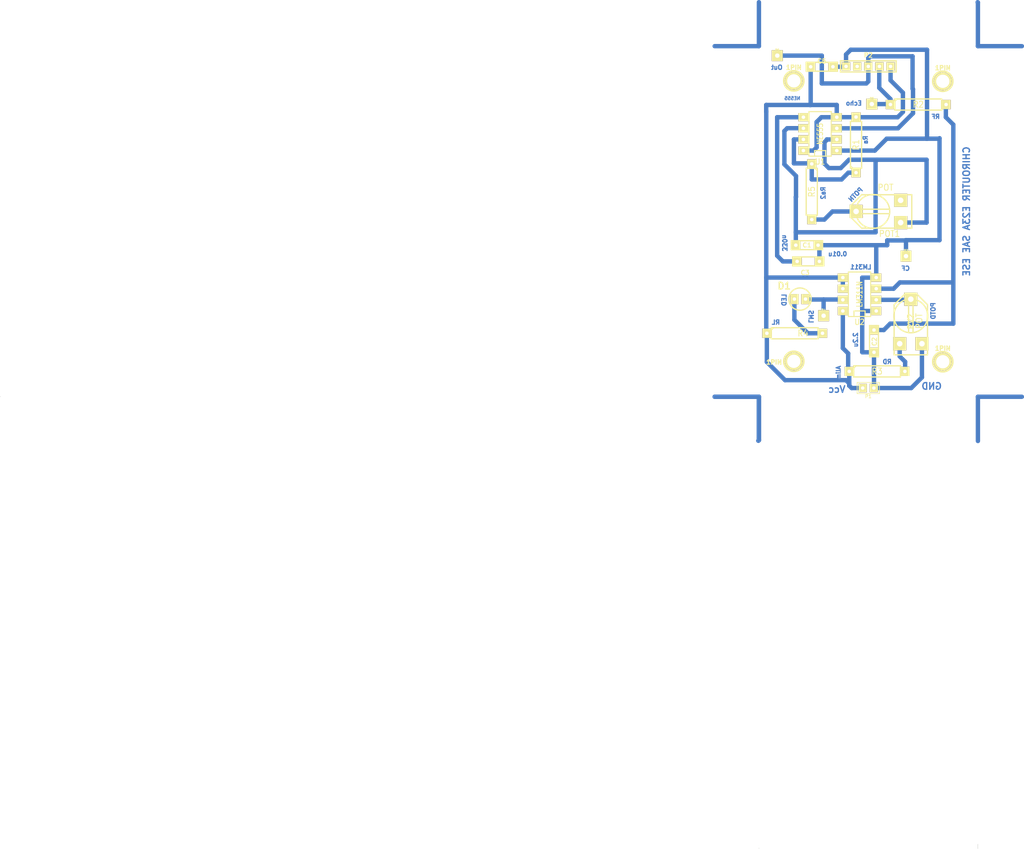
<source format=kicad_pcb>
(kicad_pcb (version 3) (host pcbnew "(2013-05-31 BZR 4019)-stable")

  (general
    (links 38)
    (no_connects 0)
    (area 11.849999 91.448 247.345714 285.150001)
    (thickness 1.6)
    (drawings 27)
    (tracks 172)
    (zones 0)
    (modules 24)
    (nets 14)
  )

  (page A3)
  (layers
    (15 Dessus.Cu signal)
    (0 Dessous.Cu signal)
    (16 Dessous.Adhes user)
    (17 Dessus.Adhes user)
    (18 Dessous.Pate user)
    (19 Dessus.Pate user)
    (20 Dessous.SilkS user)
    (21 Dessus.SilkS user)
    (22 Dessous.Masque user)
    (23 Dessus.Masque user)
    (24 Dessin.User user)
    (25 Cmts.User user)
    (26 Eco1.User user)
    (27 Eco2.User user)
    (28 Contours.Ci user)
  )

  (setup
    (last_trace_width 1)
    (trace_clearance 0.5)
    (zone_clearance 0.508)
    (zone_45_only no)
    (trace_min 0.254)
    (segment_width 0.2)
    (edge_width 0.1)
    (via_size 2.5)
    (via_drill 0.635)
    (via_min_size 0.889)
    (via_min_drill 0.508)
    (uvia_size 0.508)
    (uvia_drill 0.127)
    (uvias_allowed no)
    (uvia_min_size 0.508)
    (uvia_min_drill 0.127)
    (pcb_text_width 0.3)
    (pcb_text_size 1.5 1.5)
    (mod_edge_width 0.15)
    (mod_text_size 1 1)
    (mod_text_width 0.15)
    (pad_size 2.1 2.1)
    (pad_drill 0.8)
    (pad_to_mask_clearance 0)
    (aux_axis_origin 0 0)
    (visible_elements 7FFFFFFF)
    (pcbplotparams
      (layerselection 3178497)
      (usegerberextensions true)
      (excludeedgelayer true)
      (linewidth 0.150000)
      (plotframeref false)
      (viasonmask false)
      (mode 1)
      (useauxorigin false)
      (hpglpennumber 1)
      (hpglpenspeed 20)
      (hpglpendiameter 15)
      (hpglpenoverlay 2)
      (psnegative false)
      (psa4output false)
      (plotreference true)
      (plotvalue true)
      (plotothertext true)
      (plotinvisibletext false)
      (padsonsilk false)
      (subtractmaskfromsilk false)
      (outputformat 1)
      (mirror false)
      (drillshape 0)
      (scaleselection 1)
      (outputdirectory ""))
  )

  (net 0 "")
  (net 1 +5V)
  (net 2 GND)
  (net 3 N-0000010)
  (net 4 N-0000011)
  (net 5 N-0000013)
  (net 6 N-0000014)
  (net 7 N-0000015)
  (net 8 N-000003)
  (net 9 N-000004)
  (net 10 N-000005)
  (net 11 N-000006)
  (net 12 N-000007)
  (net 13 N-000008)

  (net_class Default "Ceci est la Netclass par défaut"
    (clearance 0.5)
    (trace_width 1)
    (via_dia 2.5)
    (via_drill 0.635)
    (uvia_dia 0.508)
    (uvia_drill 0.127)
    (add_net "")
    (add_net +5V)
    (add_net GND)
    (add_net N-0000010)
    (add_net N-0000011)
    (add_net N-0000013)
    (add_net N-0000014)
    (add_net N-0000015)
    (add_net N-000003)
    (add_net N-000004)
    (add_net N-000005)
    (add_net N-000006)
    (add_net N-000007)
    (add_net N-000008)
  )

  (module RV2X4 (layer Dessus.Cu) (tedit 64787C95) (tstamp 647373D9)
    (at 212.3 139.7 180)
    (descr "Resistance variable / Potentiometre")
    (tags R)
    (path /6470CF20)
    (fp_text reference POT1 (at -2.54 -5.08 180) (layer Dessus.SilkS)
      (effects (font (size 1.397 1.27) (thickness 0.2032)))
    )
    (fp_text value POT (at -1.651 5.461 180) (layer Dessus.SilkS)
      (effects (font (size 1.397 1.27) (thickness 0.2032)))
    )
    (fp_line (start -7.62 -3.81) (end 3.81 -3.81) (layer Dessus.SilkS) (width 0.3048))
    (fp_line (start 3.81 -3.81) (end 6.35 -1.27) (layer Dessus.SilkS) (width 0.3048))
    (fp_line (start 6.35 -1.27) (end 6.35 1.27) (layer Dessus.SilkS) (width 0.3048))
    (fp_line (start 6.35 1.27) (end 3.81 3.81) (layer Dessus.SilkS) (width 0.3048))
    (fp_line (start 3.81 3.81) (end -7.62 3.81) (layer Dessus.SilkS) (width 0.3048))
    (fp_line (start -7.62 3.81) (end -7.62 -3.81) (layer Dessus.SilkS) (width 0.3048))
    (fp_line (start 0.762 -3.81) (end 1.905 -3.81) (layer Dessus.SilkS) (width 0.3048))
    (fp_line (start 1.651 3.81) (end 0.762 3.81) (layer Dessus.SilkS) (width 0.3048))
    (fp_line (start -2.54 -0.508) (end 4.953 -0.508) (layer Dessus.SilkS) (width 0.3048))
    (fp_line (start -2.54 0.508) (end 4.953 0.508) (layer Dessus.SilkS) (width 0.3048))
    (fp_circle (center 1.27 0) (end -2.54 -0.635) (layer Dessus.SilkS) (width 0.3048))
    (pad 1 thru_hole rect (at -5.08 -2.54 180) (size 3 3) (drill 1.27)
      (layers *.Cu *.Mask Dessus.SilkS)
      (net 12 N-000007)
    )
    (pad 2 thru_hole rect (at 5.08 0 180) (size 3 3) (drill 1.27)
      (layers *.Cu *.Mask Dessus.SilkS)
      (net 11 N-000006)
    )
    (pad 3 thru_hole rect (at -5.08 2.54 180) (size 3 3) (drill 1.27)
      (layers *.Cu *.Mask Dessus.SilkS)
    )
    (model discret/adjustable_rx2v4.wrl
      (at (xyz 0 0 0))
      (scale (xyz 1 1 1))
      (rotate (xyz 0 0 0))
    )
  )

  (module RV2X4 (layer Dessus.Cu) (tedit 6478843B) (tstamp 647373EB)
    (at 219.7 164.8 90)
    (descr "Resistance variable / Potentiometre")
    (tags R)
    (path /6470D45A)
    (fp_text reference RV2 (at 0 0 90) (layer Dessus.SilkS)
      (effects (font (size 1.397 1.27) (thickness 0.2032)))
    )
    (fp_text value POT (at 0.1 1.9 90) (layer Dessus.SilkS)
      (effects (font (size 1.397 1.27) (thickness 0.2032)))
    )
    (fp_line (start -7.62 -3.81) (end 3.81 -3.81) (layer Dessus.SilkS) (width 0.3048))
    (fp_line (start 3.81 -3.81) (end 6.35 -1.27) (layer Dessus.SilkS) (width 0.3048))
    (fp_line (start 6.35 -1.27) (end 6.35 1.27) (layer Dessus.SilkS) (width 0.3048))
    (fp_line (start 6.35 1.27) (end 3.81 3.81) (layer Dessus.SilkS) (width 0.3048))
    (fp_line (start 3.81 3.81) (end -7.62 3.81) (layer Dessus.SilkS) (width 0.3048))
    (fp_line (start -7.62 3.81) (end -7.62 -3.81) (layer Dessus.SilkS) (width 0.3048))
    (fp_line (start 0.762 -3.81) (end 1.905 -3.81) (layer Dessus.SilkS) (width 0.3048))
    (fp_line (start 1.651 3.81) (end 0.762 3.81) (layer Dessus.SilkS) (width 0.3048))
    (fp_line (start -2.54 -0.508) (end 4.953 -0.508) (layer Dessus.SilkS) (width 0.3048))
    (fp_line (start -2.54 0.508) (end 4.953 0.508) (layer Dessus.SilkS) (width 0.3048))
    (fp_circle (center 1.27 0) (end -2.54 -0.635) (layer Dessus.SilkS) (width 0.3048))
    (pad 1 thru_hole rect (at -5.08 -2.54 90) (size 3 3) (drill 1.27)
      (layers *.Cu *.Mask Dessus.SilkS)
      (net 7 N-0000015)
    )
    (pad 2 thru_hole rect (at 5.08 0 90) (size 3 3) (drill 1.27)
      (layers *.Cu *.Mask Dessus.SilkS)
      (net 5 N-0000013)
    )
    (pad 3 thru_hole rect (at -5.08 2.54 90) (size 3 3) (drill 1.27)
      (layers *.Cu *.Mask Dessus.SilkS)
      (net 2 GND)
    )
    (model discret/adjustable_rx2v4.wrl
      (at (xyz 0 0 0))
      (scale (xyz 1 1 1))
      (rotate (xyz 0 0 0))
    )
  )

  (module R5 (layer Dessus.Cu) (tedit 64787C7B) (tstamp 64737405)
    (at 221.4 115.3)
    (descr "Resistance 5 pas")
    (tags R)
    (path /6470D19A)
    (autoplace_cost180 10)
    (fp_text reference R2 (at 0 0) (layer Dessus.SilkS)
      (effects (font (size 1.397 1.27) (thickness 0.2032)))
    )
    (fp_text value 8.2k (at 0 0) (layer Dessus.SilkS) hide
      (effects (font (size 1.397 1.27) (thickness 0.2032)))
    )
    (fp_line (start -6.35 0) (end -5.334 0) (layer Dessus.SilkS) (width 0.3048))
    (fp_line (start 6.35 0) (end 5.334 0) (layer Dessus.SilkS) (width 0.3048))
    (fp_line (start 5.334 -1.27) (end 5.334 1.27) (layer Dessus.SilkS) (width 0.3048))
    (fp_line (start 5.334 1.27) (end -5.334 1.27) (layer Dessus.SilkS) (width 0.3048))
    (fp_line (start -5.334 1.27) (end -5.334 -1.27) (layer Dessus.SilkS) (width 0.3048))
    (fp_line (start -5.334 -1.27) (end 5.334 -1.27) (layer Dessus.SilkS) (width 0.3048))
    (fp_line (start -5.334 -0.762) (end -4.826 -1.27) (layer Dessus.SilkS) (width 0.3048))
    (pad 1 thru_hole rect (at -6.35 0) (size 2.1 2.1) (drill 0.8)
      (layers *.Cu *.Mask Dessus.SilkS)
      (net 4 N-0000011)
    )
    (pad 2 thru_hole rect (at 6.35 0) (size 2.1 2.1) (drill 0.8)
      (layers *.Cu *.Mask Dessus.SilkS)
      (net 6 N-0000014)
    )
    (model discret/resistor.wrl
      (at (xyz 0 0 0))
      (scale (xyz 0.5 0.5 0.5))
      (rotate (xyz 0 0 0))
    )
  )

  (module R5 (layer Dessus.Cu) (tedit 64738694) (tstamp 64737412)
    (at 212 176.2)
    (descr "Resistance 5 pas")
    (tags R)
    (path /6470D44B)
    (autoplace_cost180 10)
    (fp_text reference R3 (at 0 0) (layer Dessus.SilkS)
      (effects (font (size 1.397 1.27) (thickness 0.2032)))
    )
    (fp_text value 82k (at 0 0) (layer Dessus.SilkS) hide
      (effects (font (size 1.397 1.27) (thickness 0.2032)))
    )
    (fp_line (start -6.35 0) (end -5.334 0) (layer Dessus.SilkS) (width 0.3048))
    (fp_line (start 6.35 0) (end 5.334 0) (layer Dessus.SilkS) (width 0.3048))
    (fp_line (start 5.334 -1.27) (end 5.334 1.27) (layer Dessus.SilkS) (width 0.3048))
    (fp_line (start 5.334 1.27) (end -5.334 1.27) (layer Dessus.SilkS) (width 0.3048))
    (fp_line (start -5.334 1.27) (end -5.334 -1.27) (layer Dessus.SilkS) (width 0.3048))
    (fp_line (start -5.334 -1.27) (end 5.334 -1.27) (layer Dessus.SilkS) (width 0.3048))
    (fp_line (start -5.334 -0.762) (end -4.826 -1.27) (layer Dessus.SilkS) (width 0.3048))
    (pad 1 thru_hole rect (at -6.35 0) (size 2.1 2.1) (drill 0.8)
      (layers *.Cu *.Mask Dessus.SilkS)
      (net 1 +5V)
    )
    (pad 2 thru_hole rect (at 6.35 0) (size 2.1 2.1) (drill 0.8)
      (layers *.Cu *.Mask Dessus.SilkS)
      (net 7 N-0000015)
    )
    (model discret/resistor.wrl
      (at (xyz 0 0 0))
      (scale (xyz 0.5 0.5 0.5))
      (rotate (xyz 0 0 0))
    )
  )

  (module R5 (layer Dessus.Cu) (tedit 64787BBF) (tstamp 6473741F)
    (at 207.2 124.5 90)
    (descr "Resistance 5 pas")
    (tags R)
    (path /6470D906)
    (autoplace_cost180 10)
    (fp_text reference R1 (at 0 0 90) (layer Dessus.SilkS)
      (effects (font (size 1.397 1.27) (thickness 0.2032)))
    )
    (fp_text value 12k (at 0 0 90) (layer Dessus.SilkS) hide
      (effects (font (size 1.397 1.27) (thickness 0.2032)))
    )
    (fp_line (start -6.35 0) (end -5.334 0) (layer Dessus.SilkS) (width 0.3048))
    (fp_line (start 6.35 0) (end 5.334 0) (layer Dessus.SilkS) (width 0.3048))
    (fp_line (start 5.334 -1.27) (end 5.334 1.27) (layer Dessus.SilkS) (width 0.3048))
    (fp_line (start 5.334 1.27) (end -5.334 1.27) (layer Dessus.SilkS) (width 0.3048))
    (fp_line (start -5.334 1.27) (end -5.334 -1.27) (layer Dessus.SilkS) (width 0.3048))
    (fp_line (start -5.334 -1.27) (end 5.334 -1.27) (layer Dessus.SilkS) (width 0.3048))
    (fp_line (start -5.334 -0.762) (end -4.826 -1.27) (layer Dessus.SilkS) (width 0.3048))
    (pad 1 thru_hole rect (at -6.35 0 90) (size 2.1 2.1) (drill 0.8)
      (layers *.Cu *.Mask Dessus.SilkS)
      (net 13 N-000008)
    )
    (pad 2 thru_hole rect (at 6.35 0 90) (size 2.1 2.1) (drill 0.8)
      (layers *.Cu *.Mask Dessus.SilkS)
      (net 1 +5V)
    )
    (model discret/resistor.wrl
      (at (xyz 0 0 0))
      (scale (xyz 0.5 0.5 0.5))
      (rotate (xyz 0 0 0))
    )
  )

  (module R5 (layer Dessus.Cu) (tedit 647A1A14) (tstamp 6473742C)
    (at 193.2 167.5)
    (descr "Resistance 5 pas")
    (tags R)
    (path /6470E0EC)
    (autoplace_cost180 10)
    (fp_text reference R4 (at 1.9 0) (layer Dessus.SilkS)
      (effects (font (size 1.397 1.27) (thickness 0.2032)))
    )
    (fp_text value 150 (at -1.6 0) (layer Dessus.SilkS) hide
      (effects (font (size 1.397 1.27) (thickness 0.2032)))
    )
    (fp_line (start -6.35 0) (end -5.334 0) (layer Dessus.SilkS) (width 0.3048))
    (fp_line (start 6.35 0) (end 5.334 0) (layer Dessus.SilkS) (width 0.3048))
    (fp_line (start 5.334 -1.27) (end 5.334 1.27) (layer Dessus.SilkS) (width 0.3048))
    (fp_line (start 5.334 1.27) (end -5.334 1.27) (layer Dessus.SilkS) (width 0.3048))
    (fp_line (start -5.334 1.27) (end -5.334 -1.27) (layer Dessus.SilkS) (width 0.3048))
    (fp_line (start -5.334 -1.27) (end 5.334 -1.27) (layer Dessus.SilkS) (width 0.3048))
    (fp_line (start -5.334 -0.762) (end -4.826 -1.27) (layer Dessus.SilkS) (width 0.3048))
    (pad 1 thru_hole rect (at -6.35 0) (size 2.1 2.1) (drill 0.8)
      (layers *.Cu *.Mask Dessus.SilkS)
      (net 1 +5V)
    )
    (pad 2 thru_hole rect (at 6.35 0) (size 2.1 2.1) (drill 0.8)
      (layers *.Cu *.Mask Dessus.SilkS)
      (net 8 N-000003)
    )
    (model discret/resistor.wrl
      (at (xyz 0 0 0))
      (scale (xyz 0.5 0.5 0.5))
      (rotate (xyz 0 0 0))
    )
  )

  (module PINTST (layer Dessus.Cu) (tedit 3D649DF9) (tstamp 64737432)
    (at 199.8 163.5)
    (descr "module 1 pin (ou trou mecanique de percage)")
    (tags DEV)
    (path /6470D9C7)
    (fp_text reference P4 (at 0 -1.26746) (layer Dessus.SilkS)
      (effects (font (size 0.508 0.508) (thickness 0.127)))
    )
    (fp_text value CONN_1 (at 0 1.27) (layer Dessus.SilkS) hide
      (effects (font (size 0.508 0.508) (thickness 0.127)))
    )
    (fp_circle (center 0 0) (end -0.254 -0.762) (layer Dessus.SilkS) (width 0.127))
    (pad 1 thru_hole rect (at 0 0) (size 2.5 2.5) (drill 1)
      (layers *.Cu *.Mask Dessus.SilkS)
      (net 9 N-000004)
    )
    (model pin_array/pin_array_1x1.wrl
      (at (xyz 0 0 0))
      (scale (xyz 1 1 1))
      (rotate (xyz 0 0 0))
    )
  )

  (module PINTST (layer Dessus.Cu) (tedit 3D649DF9) (tstamp 64737438)
    (at 218.6 149.9)
    (descr "module 1 pin (ou trou mecanique de percage)")
    (tags DEV)
    (path /6470D9B3)
    (fp_text reference P3 (at 0 -1.26746) (layer Dessus.SilkS)
      (effects (font (size 0.508 0.508) (thickness 0.127)))
    )
    (fp_text value CONN_1 (at 0 1.27) (layer Dessus.SilkS) hide
      (effects (font (size 0.508 0.508) (thickness 0.127)))
    )
    (fp_circle (center 0 0) (end -0.254 -0.762) (layer Dessus.SilkS) (width 0.127))
    (pad 1 thru_hole rect (at 0 0) (size 2.5 2.5) (drill 1)
      (layers *.Cu *.Mask Dessus.SilkS)
      (net 2 GND)
    )
    (model pin_array/pin_array_1x1.wrl
      (at (xyz 0 0 0))
      (scale (xyz 1 1 1))
      (rotate (xyz 0 0 0))
    )
  )

  (module PINTST (layer Dessus.Cu) (tedit 64787D01) (tstamp 6473743E)
    (at 189.23 104.14)
    (descr "module 1 pin (ou trou mecanique de percage)")
    (tags DEV)
    (path /6470D993)
    (fp_text reference P6 (at 0 -1.26746) (layer Dessus.SilkS)
      (effects (font (size 0.508 0.508) (thickness 0.127)))
    )
    (fp_text value CONN_1 (at 0 1.27) (layer Dessus.SilkS) hide
      (effects (font (size 0.508 0.508) (thickness 0.127)))
    )
    (fp_circle (center 0 0) (end -0.254 -0.762) (layer Dessus.SilkS) (width 0.127))
    (pad 1 thru_hole rect (at 0 0) (size 2.5 2.5) (drill 1)
      (layers *.Cu *.Mask Dessus.SilkS)
      (net 3 N-0000010)
    )
    (model pin_array/pin_array_1x1.wrl
      (at (xyz 0 0 0))
      (scale (xyz 1 1 1))
      (rotate (xyz 0 0 0))
    )
  )

  (module PINTST (layer Dessus.Cu) (tedit 3D649DF9) (tstamp 64787E86)
    (at 210.8 115.2)
    (descr "module 1 pin (ou trou mecanique de percage)")
    (tags DEV)
    (path /6470D975)
    (fp_text reference P5 (at 0 -1.26746) (layer Dessus.SilkS)
      (effects (font (size 0.508 0.508) (thickness 0.127)))
    )
    (fp_text value CONN_1 (at 0 1.27) (layer Dessus.SilkS) hide
      (effects (font (size 0.508 0.508) (thickness 0.127)))
    )
    (fp_circle (center 0 0) (end -0.254 -0.762) (layer Dessus.SilkS) (width 0.127))
    (pad 1 thru_hole rect (at 0 0) (size 2.5 2.5) (drill 1)
      (layers *.Cu *.Mask Dessus.SilkS)
      (net 4 N-0000011)
    )
    (model pin_array/pin_array_1x1.wrl
      (at (xyz 0 0 0))
      (scale (xyz 1 1 1))
      (rotate (xyz 0 0 0))
    )
  )

  (module PIN_ARRAY_5x1 (layer Dessus.Cu) (tedit 64787CD0) (tstamp 647A1278)
    (at 210 106.6)
    (descr "Double rangee de contacts 2 x 5 pins")
    (tags CONN)
    (path /6470CFE7)
    (fp_text reference P2 (at 0 -2.54) (layer Dessus.SilkS)
      (effects (font (size 1.016 1.016) (thickness 0.2032)))
    )
    (fp_text value CONN_5 (at 0 2.54) (layer Dessus.SilkS) hide
      (effects (font (size 1.016 1.016) (thickness 0.2032)))
    )
    (fp_line (start -6.35 -1.27) (end -6.35 1.27) (layer Dessus.SilkS) (width 0.3048))
    (fp_line (start 6.35 1.27) (end 6.35 -1.27) (layer Dessus.SilkS) (width 0.3048))
    (fp_line (start -6.35 -1.27) (end 6.35 -1.27) (layer Dessus.SilkS) (width 0.3048))
    (fp_line (start 6.35 1.27) (end -6.35 1.27) (layer Dessus.SilkS) (width 0.3048))
    (pad 1 thru_hole rect (at -5.08 0) (size 1.9 1.9) (drill 0.8)
      (layers *.Cu *.Mask Dessus.SilkS)
      (net 2 GND)
    )
    (pad 2 thru_hole rect (at -2.54 0) (size 1.9 1.9) (drill 0.8)
      (layers *.Cu *.Mask Dessus.SilkS)
    )
    (pad 3 thru_hole rect (at 0 0) (size 1.9 1.9) (drill 0.8)
      (layers *.Cu *.Mask Dessus.SilkS)
      (net 3 N-0000010)
    )
    (pad 4 thru_hole rect (at 2.54 0) (size 1.9 1.9) (drill 0.8)
      (layers *.Cu *.Mask Dessus.SilkS)
      (net 4 N-0000011)
    )
    (pad 5 thru_hole rect (at 5.08 0) (size 1.9 1.9) (drill 0.8)
      (layers *.Cu *.Mask Dessus.SilkS)
      (net 1 +5V)
    )
    (model pin_array/pins_array_5x1.wrl
      (at (xyz 0 0 0))
      (scale (xyz 1 1 1))
      (rotate (xyz 0 0 0))
    )
  )

  (module PIN_ARRAY_2X1 (layer Dessus.Cu) (tedit 64787D28) (tstamp 64737467)
    (at 210 180 180)
    (descr "Connecteurs 2 pins")
    (tags "CONN DEV")
    (path /6470D9DD)
    (fp_text reference P1 (at 0 -1.905 180) (layer Dessus.SilkS)
      (effects (font (size 0.762 0.762) (thickness 0.1524)))
    )
    (fp_text value CONN_2 (at 0 -1.905 180) (layer Dessus.SilkS) hide
      (effects (font (size 0.762 0.762) (thickness 0.1524)))
    )
    (fp_line (start -2.54 1.27) (end -2.54 -1.27) (layer Dessus.SilkS) (width 0.1524))
    (fp_line (start -2.54 -1.27) (end 2.54 -1.27) (layer Dessus.SilkS) (width 0.1524))
    (fp_line (start 2.54 -1.27) (end 2.54 1.27) (layer Dessus.SilkS) (width 0.1524))
    (fp_line (start 2.54 1.27) (end -2.54 1.27) (layer Dessus.SilkS) (width 0.1524))
    (pad 1 thru_hole rect (at -1.27 0 180) (size 1.9 1.9) (drill 0.8)
      (layers *.Cu *.Mask Dessus.SilkS)
      (net 2 GND)
    )
    (pad 2 thru_hole rect (at 1.27 0 180) (size 1.9 1.9) (drill 0.8)
      (layers *.Cu *.Mask Dessus.SilkS)
      (net 1 +5V)
    )
    (model pin_array/pins_array_2x1.wrl
      (at (xyz 0 0 0))
      (scale (xyz 1 1 1))
      (rotate (xyz 0 0 0))
    )
  )

  (module LEDV (layer Dessus.Cu) (tedit 647A2268) (tstamp 6473747A)
    (at 194.4 159.7)
    (descr "Led verticale diam 6mm")
    (tags "LED DEV")
    (path /6470E069)
    (fp_text reference D1 (at -3.6 -3) (layer Dessus.SilkS)
      (effects (font (size 1.524 1.524) (thickness 0.3048)))
    )
    (fp_text value LED (at 4.2 -2.6) (layer Dessus.SilkS) hide
      (effects (font (size 1.524 1.524) (thickness 0.3048)))
    )
    (fp_circle (center 0 0) (end -2.54 0) (layer Dessus.SilkS) (width 0.3048))
    (fp_line (start 2.54 -0.635) (end 1.905 -0.635) (layer Dessus.SilkS) (width 0.3048))
    (fp_line (start 1.905 -0.635) (end 1.905 0.635) (layer Dessus.SilkS) (width 0.3048))
    (fp_line (start 1.905 0.635) (end 2.54 0.635) (layer Dessus.SilkS) (width 0.3048))
    (pad 1 thru_hole rect (at -1.27 0) (size 1.9 2.3) (drill 0.8)
      (layers *.Cu *.Mask Dessus.SilkS)
      (net 8 N-000003)
    )
    (pad 2 thru_hole rect (at 1.27 0) (size 1.9 2.3) (drill 0.8)
      (layers *.Cu *.Mask Dessus.SilkS)
      (net 9 N-000004)
    )
    (model discret/led5_vertical.wrl
      (at (xyz 0 0 0))
      (scale (xyz 1 1 1))
      (rotate (xyz 0 0 0))
    )
  )

  (module DIP-8__300 (layer Dessus.Cu) (tedit 647881D6) (tstamp 6473748D)
    (at 199 122 90)
    (descr "8 pins DIL package, round pads")
    (tags DIL)
    (path /6470BF9C)
    (fp_text reference U1 (at -6.35 0 180) (layer Dessus.SilkS)
      (effects (font (size 1.27 1.143) (thickness 0.2032)))
    )
    (fp_text value NE555 (at 0 0 90) (layer Dessus.SilkS)
      (effects (font (size 1.27 1.016) (thickness 0.2032)))
    )
    (fp_line (start -5.08 -1.27) (end -3.81 -1.27) (layer Dessus.SilkS) (width 0.254))
    (fp_line (start -3.81 -1.27) (end -3.81 1.27) (layer Dessus.SilkS) (width 0.254))
    (fp_line (start -3.81 1.27) (end -5.08 1.27) (layer Dessus.SilkS) (width 0.254))
    (fp_line (start -5.08 -2.54) (end 5.08 -2.54) (layer Dessus.SilkS) (width 0.254))
    (fp_line (start 5.08 -2.54) (end 5.08 2.54) (layer Dessus.SilkS) (width 0.254))
    (fp_line (start 5.08 2.54) (end -5.08 2.54) (layer Dessus.SilkS) (width 0.254))
    (fp_line (start -5.08 2.54) (end -5.08 -2.54) (layer Dessus.SilkS) (width 0.254))
    (pad 1 thru_hole rect (at -3.81 3.81 90) (size 1.9 2.3) (drill 0.8)
      (layers *.Cu *.Mask Dessus.SilkS)
      (net 2 GND)
    )
    (pad 2 thru_hole rect (at -1.27 3.81 90) (size 1.9 2.3) (drill 0.8)
      (layers *.Cu *.Mask Dessus.SilkS)
      (net 12 N-000007)
    )
    (pad 3 thru_hole rect (at 1.27 3.81 90) (size 1.9 2.3) (drill 0.8)
      (layers *.Cu *.Mask Dessus.SilkS)
      (net 3 N-0000010)
    )
    (pad 4 thru_hole rect (at 3.81 3.81 90) (size 1.9 2.3) (drill 0.8)
      (layers *.Cu *.Mask Dessus.SilkS)
      (net 1 +5V)
    )
    (pad 5 thru_hole rect (at 3.81 -3.81 90) (size 1.9 2.3) (drill 0.8)
      (layers *.Cu *.Mask Dessus.SilkS)
      (net 10 N-000005)
    )
    (pad 6 thru_hole rect (at 1.27 -3.81 90) (size 1.9 2.3) (drill 0.8)
      (layers *.Cu *.Mask Dessus.SilkS)
      (net 12 N-000007)
    )
    (pad 7 thru_hole rect (at -1.27 -3.81 90) (size 1.9 2.3) (drill 0.8)
      (layers *.Cu *.Mask Dessus.SilkS)
      (net 13 N-000008)
    )
    (pad 8 thru_hole rect (at -3.81 -3.81 90) (size 1.9 2.3) (drill 0.8)
      (layers *.Cu *.Mask Dessus.SilkS)
      (net 1 +5V)
    )
    (model dil/dil_8.wrl
      (at (xyz 0 0 0))
      (scale (xyz 1 1 1))
      (rotate (xyz 0 0 0))
    )
  )

  (module DIP-8__300 (layer Dessus.Cu) (tedit 64787CA5) (tstamp 647374A0)
    (at 208 158.6 90)
    (descr "8 pins DIL package, round pads")
    (tags DIL)
    (path /6470C7FF)
    (fp_text reference U2 (at -6.35 0 180) (layer Dessus.SilkS)
      (effects (font (size 1.27 1.143) (thickness 0.2032)))
    )
    (fp_text value LM311N (at 0 0 90) (layer Dessus.SilkS)
      (effects (font (size 1.27 1.016) (thickness 0.2032)))
    )
    (fp_line (start -5.08 -1.27) (end -3.81 -1.27) (layer Dessus.SilkS) (width 0.254))
    (fp_line (start -3.81 -1.27) (end -3.81 1.27) (layer Dessus.SilkS) (width 0.254))
    (fp_line (start -3.81 1.27) (end -5.08 1.27) (layer Dessus.SilkS) (width 0.254))
    (fp_line (start -5.08 -2.54) (end 5.08 -2.54) (layer Dessus.SilkS) (width 0.254))
    (fp_line (start 5.08 -2.54) (end 5.08 2.54) (layer Dessus.SilkS) (width 0.254))
    (fp_line (start 5.08 2.54) (end -5.08 2.54) (layer Dessus.SilkS) (width 0.254))
    (fp_line (start -5.08 2.54) (end -5.08 -2.54) (layer Dessus.SilkS) (width 0.254))
    (pad 1 thru_hole rect (at -3.81 3.81 90) (size 1.9 2.3) (drill 0.8)
      (layers *.Cu *.Mask Dessus.SilkS)
      (net 2 GND)
    )
    (pad 2 thru_hole rect (at -1.27 3.81 90) (size 1.9 2.3) (drill 0.8)
      (layers *.Cu *.Mask Dessus.SilkS)
      (net 5 N-0000013)
    )
    (pad 3 thru_hole rect (at 1.27 3.81 90) (size 1.9 2.3) (drill 0.8)
      (layers *.Cu *.Mask Dessus.SilkS)
      (net 6 N-0000014)
    )
    (pad 4 thru_hole rect (at 3.81 3.81 90) (size 1.9 2.3) (drill 0.8)
      (layers *.Cu *.Mask Dessus.SilkS)
      (net 2 GND)
    )
    (pad 5 thru_hole rect (at 3.81 -3.81 90) (size 1.9 2.3) (drill 0.8)
      (layers *.Cu *.Mask Dessus.SilkS)
      (net 1 +5V)
    )
    (pad 6 thru_hole rect (at 1.27 -3.81 90) (size 1.9 2.3) (drill 0.8)
      (layers *.Cu *.Mask Dessus.SilkS)
      (net 1 +5V)
    )
    (pad 7 thru_hole rect (at -1.27 -3.81 90) (size 1.9 2.3) (drill 0.8)
      (layers *.Cu *.Mask Dessus.SilkS)
      (net 9 N-000004)
    )
    (pad 8 thru_hole rect (at -3.81 -3.81 90) (size 1.9 2.3) (drill 0.8)
      (layers *.Cu *.Mask Dessus.SilkS)
      (net 1 +5V)
    )
    (model dil/dil_8.wrl
      (at (xyz 0 0 0))
      (scale (xyz 1 1 1))
      (rotate (xyz 0 0 0))
    )
  )

  (module C2 (layer Dessus.Cu) (tedit 647477E1) (tstamp 64737F7D)
    (at 211.3 169.3 270)
    (descr "Condensateur = 2 pas")
    (tags C)
    (path /6470D1A9)
    (fp_text reference C2 (at 0.1 -0.1 270) (layer Dessus.SilkS)
      (effects (font (size 1.016 1.016) (thickness 0.2032)))
    )
    (fp_text value 220nF (at 0 0 270) (layer Dessus.SilkS) hide
      (effects (font (size 1.016 1.016) (thickness 0.2032)))
    )
    (fp_line (start -3.556 -1.016) (end 3.556 -1.016) (layer Dessus.SilkS) (width 0.3048))
    (fp_line (start 3.556 -1.016) (end 3.556 1.016) (layer Dessus.SilkS) (width 0.3048))
    (fp_line (start 3.556 1.016) (end -3.556 1.016) (layer Dessus.SilkS) (width 0.3048))
    (fp_line (start -3.556 1.016) (end -3.556 -1.016) (layer Dessus.SilkS) (width 0.3048))
    (fp_line (start -3.556 -0.508) (end -3.048 -1.016) (layer Dessus.SilkS) (width 0.3048))
    (pad 1 thru_hole rect (at -2.54 0 270) (size 2.1 2.1) (drill 0.8)
      (layers *.Cu *.Mask Dessus.SilkS)
      (net 6 N-0000014)
    )
    (pad 2 thru_hole rect (at 2.54 0 270) (size 2.1 2.1) (drill 0.8)
      (layers *.Cu *.Mask Dessus.SilkS)
      (net 2 GND)
    )
    (model discret/capa_2pas_5x5mm.wrl
      (at (xyz 0 0 0))
      (scale (xyz 1 1 1))
      (rotate (xyz 0 0 0))
    )
  )

  (module C2 (layer Dessus.Cu) (tedit 647DD801) (tstamp 647374B6)
    (at 196 147.4)
    (descr "Condensateur = 2 pas")
    (tags C)
    (path /6470CDF2)
    (fp_text reference C1 (at 0 0) (layer Dessus.SilkS)
      (effects (font (size 1.016 1.016) (thickness 0.2032)))
    )
    (fp_text value 330nF (at 0 0) (layer Dessus.SilkS) hide
      (effects (font (size 1.016 1.016) (thickness 0.2032)))
    )
    (fp_line (start -3.556 -1.016) (end 3.556 -1.016) (layer Dessus.SilkS) (width 0.3048))
    (fp_line (start 3.556 -1.016) (end 3.556 1.016) (layer Dessus.SilkS) (width 0.3048))
    (fp_line (start 3.556 1.016) (end -3.556 1.016) (layer Dessus.SilkS) (width 0.3048))
    (fp_line (start -3.556 1.016) (end -3.556 -1.016) (layer Dessus.SilkS) (width 0.3048))
    (fp_line (start -3.556 -0.508) (end -3.048 -1.016) (layer Dessus.SilkS) (width 0.3048))
    (pad 1 thru_hole rect (at -2.54 0) (size 2.1 2.1) (drill 0.8)
      (layers *.Cu *.Mask Dessus.SilkS)
      (net 12 N-000007)
    )
    (pad 2 thru_hole rect (at 2.54 0) (size 2.1 2.1) (drill 0.8)
      (layers *.Cu *.Mask Dessus.SilkS)
      (net 2 GND)
    )
    (model discret/capa_2pas_5x5mm.wrl
      (at (xyz 0 0 0))
      (scale (xyz 1 1 1))
      (rotate (xyz 0 0 0))
    )
  )

  (module R5 (layer Dessus.Cu) (tedit 647A21F5) (tstamp 64788C19)
    (at 197.1 135.2 270)
    (descr "Resistance 5 pas")
    (tags R)
    (path /64788ED9)
    (autoplace_cost180 10)
    (fp_text reference R5 (at 0 0 270) (layer Dessus.SilkS)
      (effects (font (size 1.397 1.27) (thickness 0.2032)))
    )
    (fp_text value 12k (at 0 0 270) (layer Dessus.SilkS) hide
      (effects (font (size 1.397 1.27) (thickness 0.2032)))
    )
    (fp_line (start -6.35 0) (end -5.334 0) (layer Dessus.SilkS) (width 0.3048))
    (fp_line (start 6.35 0) (end 5.334 0) (layer Dessus.SilkS) (width 0.3048))
    (fp_line (start 5.334 -1.27) (end 5.334 1.27) (layer Dessus.SilkS) (width 0.3048))
    (fp_line (start 5.334 1.27) (end -5.334 1.27) (layer Dessus.SilkS) (width 0.3048))
    (fp_line (start -5.334 1.27) (end -5.334 -1.27) (layer Dessus.SilkS) (width 0.3048))
    (fp_line (start -5.334 -1.27) (end 5.334 -1.27) (layer Dessus.SilkS) (width 0.3048))
    (fp_line (start -5.334 -0.762) (end -4.826 -1.27) (layer Dessus.SilkS) (width 0.3048))
    (pad 1 thru_hole rect (at -6.35 0 270) (size 2.1 2.1) (drill 0.8)
      (layers *.Cu *.Mask Dessus.SilkS)
      (net 13 N-000008)
    )
    (pad 2 thru_hole rect (at 6.35 0 270) (size 2.1 2.1) (drill 0.8)
      (layers *.Cu *.Mask Dessus.SilkS)
      (net 11 N-000006)
    )
    (model discret/resistor.wrl
      (at (xyz 0 0 0))
      (scale (xyz 0.5 0.5 0.5))
      (rotate (xyz 0 0 0))
    )
  )

  (module C2 (layer Dessus.Cu) (tedit 647DD83D) (tstamp 647C2036)
    (at 196.3 151.1 180)
    (descr "Condensateur = 2 pas")
    (tags C)
    (path /647A147C)
    (fp_text reference C3 (at 0.72 -2.57 180) (layer Dessus.SilkS)
      (effects (font (size 1.016 1.016) (thickness 0.2032)))
    )
    (fp_text value 0.01u (at 0.23994 1.4813 180) (layer Dessus.SilkS) hide
      (effects (font (size 1.016 1.016) (thickness 0.2032)))
    )
    (fp_line (start -3.556 -1.016) (end 3.556 -1.016) (layer Dessus.SilkS) (width 0.3048))
    (fp_line (start 3.556 -1.016) (end 3.556 1.016) (layer Dessus.SilkS) (width 0.3048))
    (fp_line (start 3.556 1.016) (end -3.556 1.016) (layer Dessus.SilkS) (width 0.3048))
    (fp_line (start -3.556 1.016) (end -3.556 -1.016) (layer Dessus.SilkS) (width 0.3048))
    (fp_line (start -3.556 -0.508) (end -3.048 -1.016) (layer Dessus.SilkS) (width 0.3048))
    (pad 1 thru_hole rect (at -2.54 0 180) (size 2.1 2.1) (drill 0.8)
      (layers *.Cu *.Mask Dessus.SilkS)
      (net 2 GND)
    )
    (pad 2 thru_hole rect (at 2.54 0 180) (size 2.1 2.1) (drill 0.8)
      (layers *.Cu *.Mask Dessus.SilkS)
      (net 10 N-000005)
    )
    (model discret/capa_2pas_5x5mm.wrl
      (at (xyz 0 0 0))
      (scale (xyz 1 1 1))
      (rotate (xyz 0 0 0))
    )
  )

  (module 1pin (layer Dessus.Cu) (tedit 200000) (tstamp 647A7BDC)
    (at 227 174)
    (descr "module 1 pin (ou trou mecanique de percage)")
    (tags DEV)
    (path 1pin)
    (fp_text reference 1PIN (at 0 -3.048) (layer Dessus.SilkS)
      (effects (font (size 1.016 1.016) (thickness 0.254)))
    )
    (fp_text value P*** (at 0 2.794) (layer Dessus.SilkS) hide
      (effects (font (size 1.016 1.016) (thickness 0.254)))
    )
    (fp_circle (center 0 0) (end 0 -2.286) (layer Dessus.SilkS) (width 0.381))
    (pad 1 thru_hole circle (at 0 0) (size 4.064 4.064) (drill 3.048)
      (layers *.Cu *.Mask Dessus.SilkS)
    )
  )

  (module 1pin (layer Dessus.Cu) (tedit 647A2298) (tstamp 647A7C91)
    (at 193 173.9)
    (descr "module 1 pin (ou trou mecanique de percage)")
    (tags DEV)
    (path 1pin)
    (fp_text reference 1PIN (at -4.5 0.2) (layer Dessus.SilkS)
      (effects (font (size 1.016 1.016) (thickness 0.254)))
    )
    (fp_text value "" (at 0.2 4.9) (layer Dessus.SilkS) hide
      (effects (font (size 1.016 1.016) (thickness 0.254)))
    )
    (fp_circle (center 0 0) (end 0 -2.286) (layer Dessus.SilkS) (width 0.381))
    (pad 1 thru_hole circle (at 0 0) (size 4.064 4.064) (drill 3.048)
      (layers *.Cu *.Mask Dessus.SilkS)
    )
  )

  (module 1pin (layer Dessus.Cu) (tedit 647A1FB3) (tstamp 647A7C9C)
    (at 193 109.9)
    (descr "module 1 pin (ou trou mecanique de percage)")
    (tags DEV)
    (path 1pin)
    (fp_text reference 1PIN (at 0 -3.048) (layer Dessus.SilkS)
      (effects (font (size 1.016 1.016) (thickness 0.254)))
    )
    (fp_text value P*** (at -4.6 0.2) (layer Dessus.SilkS) hide
      (effects (font (size 1.016 1.016) (thickness 0.254)))
    )
    (fp_circle (center 0 0) (end 0 -2.286) (layer Dessus.SilkS) (width 0.381))
    (pad 1 thru_hole circle (at 0 0) (size 4.064 4.064) (drill 3.048)
      (layers *.Cu *.Mask Dessus.SilkS)
    )
  )

  (module 1pin (layer Dessus.Cu) (tedit 200000) (tstamp 647A7CA7)
    (at 227 110)
    (descr "module 1 pin (ou trou mecanique de percage)")
    (tags DEV)
    (path 1pin)
    (fp_text reference 1PIN (at 0 -3.048) (layer Dessus.SilkS)
      (effects (font (size 1.016 1.016) (thickness 0.254)))
    )
    (fp_text value P*** (at 0 2.794) (layer Dessus.SilkS) hide
      (effects (font (size 1.016 1.016) (thickness 0.254)))
    )
    (fp_circle (center 0 0) (end 0 -2.286) (layer Dessus.SilkS) (width 0.381))
    (pad 1 thru_hole circle (at 0 0) (size 4.064 4.064) (drill 3.048)
      (layers *.Cu *.Mask Dessus.SilkS)
    )
  )

  (module C2 (layer Dessus.Cu) (tedit 647DD260) (tstamp 647DD283)
    (at 199.39 106.68)
    (descr "Condensateur = 2 pas")
    (tags C)
    (path /647DD107)
    (fp_text reference C5 (at 0 -1.27) (layer Dessus.SilkS)
      (effects (font (size 1.016 1.016) (thickness 0.2032)))
    )
    (fp_text value 220nF (at 0 1.27) (layer Dessus.SilkS) hide
      (effects (font (size 1.016 1.016) (thickness 0.2032)))
    )
    (fp_line (start -3.556 -1.016) (end 3.556 -1.016) (layer Dessus.SilkS) (width 0.3048))
    (fp_line (start 3.556 -1.016) (end 3.556 1.016) (layer Dessus.SilkS) (width 0.3048))
    (fp_line (start 3.556 1.016) (end -3.556 1.016) (layer Dessus.SilkS) (width 0.3048))
    (fp_line (start -3.556 1.016) (end -3.556 -1.016) (layer Dessus.SilkS) (width 0.3048))
    (fp_line (start -3.556 -0.508) (end -3.048 -1.016) (layer Dessus.SilkS) (width 0.3048))
    (pad 1 thru_hole rect (at -2.54 0) (size 2.1 2.1) (drill 0.8)
      (layers *.Cu *.Mask Dessus.SilkS)
      (net 1 +5V)
    )
    (pad 2 thru_hole rect (at 2.54 0) (size 2.1 2.1) (drill 0.8)
      (layers *.Cu *.Mask Dessus.SilkS)
      (net 2 GND)
    )
    (model discret/capa_2pas_5x5mm.wrl
      (at (xyz 0 0 0))
      (scale (xyz 1 1 1))
      (rotate (xyz 0 0 0))
    )
  )

  (gr_text GND (at 224.4598 179.578) (layer Dessous.Cu)
    (effects (font (size 1.5 1.5) (thickness 0.3)) (justify mirror))
  )
  (gr_text Vcc (at 202.819 180.2892) (layer Dessous.Cu)
    (effects (font (size 1.5 1.5) (thickness 0.3)) (justify mirror))
  )
  (gr_text "CHIROUTER E23A SAE ESE" (at 232.41 139.7 90) (layer Dessous.Cu)
    (effects (font (size 1.5 1.5) (thickness 0.3)) (justify mirror))
  )
  (dimension 50 (width 0.3) (layer Cmts.User)
    (gr_text "50,000 mm" (at 210 99.450001) (layer Cmts.User)
      (effects (font (size 1.5 1.5) (thickness 0.3)))
    )
    (feature1 (pts (xy 235 102) (xy 235 98.100001)))
    (feature2 (pts (xy 185 102) (xy 185 98.100001)))
    (crossbar (pts (xy 185 100.800001) (xy 235 100.800001)))
    (arrow1a (pts (xy 235 100.800001) (xy 233.873497 101.386421)))
    (arrow1b (pts (xy 235 100.800001) (xy 233.873497 100.213581)))
    (arrow2a (pts (xy 185 100.800001) (xy 186.126503 101.386421)))
    (arrow2b (pts (xy 185 100.800001) (xy 186.126503 100.213581)))
  )
  (dimension 80 (width 0.3) (layer Cmts.User)
    (gr_text "80,000 mm" (at 237.249999 142 270) (layer Cmts.User)
      (effects (font (size 1.5 1.5) (thickness 0.3)))
    )
    (feature1 (pts (xy 235 182) (xy 238.599999 182)))
    (feature2 (pts (xy 235 102) (xy 238.599999 102)))
    (crossbar (pts (xy 235.899999 102) (xy 235.899999 182)))
    (arrow1a (pts (xy 235.899999 182) (xy 235.313579 180.873497)))
    (arrow1b (pts (xy 235.899999 182) (xy 236.486419 180.873497)))
    (arrow2a (pts (xy 235.899999 102) (xy 235.313579 103.126503)))
    (arrow2b (pts (xy 235.899999 102) (xy 236.486419 103.126503)))
  )
  (gr_line (start 193 173.9) (end 192.9 173.9) (angle 90) (layer Contours.Ci) (width 0.1))
  (gr_text "0.01u\n" (at 203 149.4) (layer Dessous.Cu)
    (effects (font (size 1 1) (thickness 0.25)) (justify mirror))
  )
  (gr_line (start 11.9 182) (end 11.9 181.9) (angle 90) (layer Contours.Ci) (width 0.1))
  (gr_line (start 235 285.1) (end 235 284.1) (angle 90) (layer Contours.Ci) (width 0.1))
  (gr_line (start 185 285) (end 185.1 285) (angle 90) (layer Contours.Ci) (width 0.1))
  (gr_text Ra2 (at 199.7 135.5 90) (layer Dessous.Cu)
    (effects (font (size 1 1) (thickness 0.25)) (justify mirror))
  )
  (gr_text Ra (at 209.3595 123.3678 90) (layer Dessous.Cu)
    (effects (font (size 1 1) (thickness 0.25)) (justify mirror))
  )
  (gr_text Alim (at 203.2 176.53 90) (layer Dessous.Cu)
    (effects (font (size 1 1) (thickness 0.25)) (justify mirror))
  )
  (gr_text LMS (at 196.9 163.7 270) (layer Dessous.Cu)
    (effects (font (size 1 1) (thickness 0.25)) (justify mirror))
  )
  (gr_text "CF\n" (at 218.5 152.7) (layer Dessous.Cu)
    (effects (font (size 1 1) (thickness 0.25)) (justify mirror))
  )
  (gr_text Echo (at 206.7 115) (layer Dessous.Cu)
    (effects (font (size 1 1) (thickness 0.25)) (justify mirror))
  )
  (gr_text "Out\n" (at 189.1284 106.8324) (layer Dessous.Cu)
    (effects (font (size 1 1) (thickness 0.25)) (justify mirror))
  )
  (gr_text RF (at 225.3615 118.0719) (layer Dessous.Cu)
    (effects (font (size 1 1) (thickness 0.25)) (justify mirror))
  )
  (gr_text 330n (at 190.9 146.9 270) (layer Dessous.Cu)
    (effects (font (size 1 1) (thickness 0.25)) (justify mirror))
  )
  (gr_text "2.2u\n" (at 207.1 169 90) (layer Dessous.Cu)
    (effects (font (size 1 1) (thickness 0.25)) (justify mirror))
  )
  (gr_text LM311 (at 208.28 152.4) (layer Dessous.Cu)
    (effects (font (size 1 1) (thickness 0.25)) (justify mirror))
  )
  (gr_text LED (at 190.8 159.9 90) (layer Dessous.Cu)
    (effects (font (size 1 1) (thickness 0.25)) (justify mirror))
  )
  (gr_text RL (at 188.9 165) (layer Dessous.Cu)
    (effects (font (size 1 1) (thickness 0.25)) (justify mirror))
  )
  (gr_text RD (at 214.3 174) (layer Dessous.Cu)
    (effects (font (size 1 1) (thickness 0.25)) (justify mirror))
  )
  (gr_text POTN (at 207.1116 135.8646 45) (layer Dessous.Cu)
    (effects (font (size 1 1) (thickness 0.25)) (justify mirror))
  )
  (gr_text POTD (at 224.8 162.4 90) (layer Dessous.Cu)
    (effects (font (size 1 1) (thickness 0.25)) (justify mirror))
  )
  (gr_text "NE555\n" (at 192.6717 113.8809) (layer Dessous.Cu)
    (effects (font (size 0.75 0.75) (thickness 0.1875)) (justify mirror))
  )

  (segment (start 185.039 91.948) (end 185.039 101.981) (width 1) (layer Dessous.Cu) (net 0))
  (segment (start 185.039 101.981) (end 174.9425 101.981) (width 1) (layer Dessous.Cu) (net 0))
  (segment (start 235.0135 101.981) (end 235.0135 92.0115) (width 1) (layer Dessous.Cu) (net 0))
  (segment (start 245.0465 101.981) (end 235.0135 101.981) (width 1) (layer Dessous.Cu) (net 0))
  (segment (start 235.0135 92.0115) (end 234.95 91.948) (width 1) (layer Dessous.Cu) (net 0) (tstamp 647DD9FF))
  (segment (start 235.0135 192.0875) (end 235.0135 181.991) (width 1) (layer Dessous.Cu) (net 0))
  (segment (start 235.0135 181.991) (end 245.0465 181.991) (width 1) (layer Dessous.Cu) (net 0))
  (segment (start 174.9425 181.991) (end 185.039 181.991) (width 1) (layer Dessous.Cu) (net 0) (tstamp 647DD9B3))
  (segment (start 185.039 191.897) (end 184.912 192.024) (width 1) (layer Dessous.Cu) (net 0) (tstamp 647DD9B2))
  (segment (start 185.039 181.991) (end 185.039 191.897) (width 1) (layer Dessous.Cu) (net 0) (tstamp 647DD9B1))
  (segment (start 185.039 181.991) (end 185.039 191.897) (width 1) (layer Dessous.Cu) (net 0))
  (segment (start 185.039 191.897) (end 184.912 192.024) (width 1) (layer Dessous.Cu) (net 0) (tstamp 647DD993))
  (segment (start 174.9425 181.991) (end 185.039 181.991) (width 1) (layer Dessous.Cu) (net 0))
  (segment (start 191 178.2) (end 204.9 178.2) (width 1) (layer Dessous.Cu) (net 1))
  (segment (start 186.85 174.05) (end 191 178.2) (width 1) (layer Dessous.Cu) (net 1) (tstamp 6482E9B1))
  (segment (start 186.85 167.5) (end 186.85 174.05) (width 1) (layer Dessous.Cu) (net 1))
  (segment (start 205.65 178.95) (end 205.65 179.45) (width 1) (layer Dessous.Cu) (net 1) (tstamp 6482E9BA))
  (segment (start 204.9 178.2) (end 205.65 178.95) (width 1) (layer Dessous.Cu) (net 1) (tstamp 6482E9B8))
  (segment (start 205.4 172.1) (end 205.4 175.95) (width 1) (layer Dessous.Cu) (net 1))
  (segment (start 204.19 170.89) (end 205.4 172.1) (width 1) (layer Dessous.Cu) (net 1) (tstamp 6482E9AA))
  (segment (start 204.19 162.41) (end 204.19 170.89) (width 1) (layer Dessous.Cu) (net 1))
  (segment (start 205.4 175.95) (end 205.65 176.2) (width 1) (layer Dessous.Cu) (net 1) (tstamp 6482E9AE))
  (segment (start 196.85 106.68) (end 196.85 115.4) (width 1) (layer Dessous.Cu) (net 1) (status 10))
  (segment (start 196.85 115.4) (end 196.68 115.4) (width 1) (layer Dessous.Cu) (net 1) (tstamp 647DD357))
  (segment (start 186.71 167.36) (end 186.71 154.79) (width 1) (layer Dessous.Cu) (net 1) (status 10))
  (segment (start 216.7 118.2) (end 207.25 118.2) (width 1) (layer Dessous.Cu) (net 1) (status 20))
  (segment (start 217.9 117) (end 216.7 118.2) (width 1) (layer Dessous.Cu) (net 1) (tstamp 647A7D63))
  (segment (start 215.08 107.5) (end 215.08 109.78) (width 1) (layer Dessous.Cu) (net 1) (status 10))
  (segment (start 215.08 109.78) (end 217.9 112.6) (width 1) (layer Dessous.Cu) (net 1) (tstamp 647A7D60))
  (segment (start 217.9 112.6) (end 217.9 117) (width 1) (layer Dessous.Cu) (net 1))
  (segment (start 207.25 118.2) (end 207.2 118.15) (width 1) (layer Dessous.Cu) (net 1) (tstamp 647A7D66) (status 30))
  (segment (start 204.19 157.33) (end 204.19 154.79) (width 1) (layer Dessous.Cu) (net 1) (status 30))
  (segment (start 204.19 154.79) (end 186.71 154.79) (width 1) (layer Dessous.Cu) (net 1) (status 10))
  (segment (start 186.71 154.79) (end 186.71 116.89) (width 1) (layer Dessous.Cu) (net 1) (tstamp 647A7C7B))
  (segment (start 202.8 118.18) (end 202.81 118.19) (width 1) (layer Dessous.Cu) (net 1) (tstamp 64788220) (status 30))
  (segment (start 202.8 115.4) (end 202.8 118.18) (width 1) (layer Dessous.Cu) (net 1) (status 20))
  (segment (start 186.7 116.88) (end 186.71 116.89) (width 1) (layer Dessous.Cu) (net 1) (tstamp 647C20F2))
  (segment (start 186.7 115.4) (end 186.7 116.88) (width 1) (layer Dessous.Cu) (net 1) (tstamp 647DD05B))
  (segment (start 208.73 180) (end 206.2 180) (width 1) (layer Dessous.Cu) (net 1) (status 10))
  (segment (start 205.65 179.45) (end 206.2 180) (width 1) (layer Dessous.Cu) (net 1) (tstamp 6482E9BB))
  (segment (start 205.65 179.45) (end 205.65 179.45) (width 1) (layer Dessous.Cu) (net 1) (tstamp 647A7C50))
  (segment (start 205.65 179.45) (end 205.65 176.2) (width 1) (layer Dessous.Cu) (net 1) (status 20))
  (segment (start 186.71 167.36) (end 186.85 167.5) (width 1) (layer Dessous.Cu) (net 1) (tstamp 647CC9EF) (status 30))
  (segment (start 202.81 118.19) (end 207.16 118.19) (width 1) (layer Dessous.Cu) (net 1) (status 30))
  (segment (start 207.16 118.19) (end 207.2 118.15) (width 1) (layer Dessous.Cu) (net 1) (tstamp 64787EC5) (status 30))
  (segment (start 199.3 118.2) (end 202.8 118.2) (width 1) (layer Dessous.Cu) (net 1) (status 20))
  (segment (start 202.8 118.2) (end 202.81 118.19) (width 1) (layer Dessous.Cu) (net 1) (tstamp 64787E70) (status 30))
  (segment (start 198.2 125.1) (end 198.2 119.3) (width 1) (layer Dessous.Cu) (net 1))
  (segment (start 197.49 125.81) (end 198.2 125.1) (width 1) (layer Dessous.Cu) (net 1) (tstamp 64787E64))
  (segment (start 195.19 125.81) (end 197.49 125.81) (width 1) (layer Dessous.Cu) (net 1) (status 10))
  (segment (start 198.2 119.3) (end 199.3 118.2) (width 1) (layer Dessous.Cu) (net 1) (tstamp 64787E6C))
  (segment (start 202.8 115.4) (end 196.68 115.4) (width 1) (layer Dessous.Cu) (net 1))
  (segment (start 196.68 115.4) (end 186.7 115.4) (width 1) (layer Dessous.Cu) (net 1) (tstamp 647DD294))
  (segment (start 211.81 154.79) (end 211.81 147.4) (width 1) (layer Dessous.Cu) (net 2) (status 10))
  (segment (start 201.93 106.68) (end 204.84 106.68) (width 1) (layer Dessous.Cu) (net 2) (status 30))
  (segment (start 204.84 106.68) (end 204.92 106.6) (width 1) (layer Dessous.Cu) (net 2) (tstamp 647DD354) (status 30))
  (segment (start 223.4 102.8) (end 223.4 123.1) (width 1) (layer Dessous.Cu) (net 2))
  (segment (start 223.4 123.1) (end 223.3 123.1) (width 1) (layer Dessous.Cu) (net 2) (tstamp 647A7DFC))
  (segment (start 223.4 102.8) (end 206 102.8) (width 1) (layer Dessous.Cu) (net 2) (tstamp 647A7DFA))
  (segment (start 204.92 103.88) (end 206 102.8) (width 1) (layer Dessous.Cu) (net 2) (tstamp 647A7DEC))
  (segment (start 204.92 103.88) (end 204.92 106.6) (width 1) (layer Dessous.Cu) (net 2) (status 20))
  (segment (start 211.3 171.84) (end 208.66 171.84) (width 1) (layer Dessous.Cu) (net 2) (status 10))
  (segment (start 208.66 171.84) (end 208.61 171.79) (width 1) (layer Dessous.Cu) (net 2) (tstamp 647A7D00))
  (segment (start 208.61 162.3) (end 208.61 171.79) (width 1) (layer Dessous.Cu) (net 2))
  (segment (start 208.61 154.81) (end 211.79 154.81) (width 1) (layer Dessous.Cu) (net 2) (status 20))
  (segment (start 211.79 154.81) (end 211.81 154.79) (width 1) (layer Dessous.Cu) (net 2) (tstamp 647A7CF8) (status 30))
  (segment (start 208.61 162.41) (end 208.61 162.3) (width 1) (layer Dessous.Cu) (net 2))
  (segment (start 208.61 162.3) (end 208.61 154.81) (width 1) (layer Dessous.Cu) (net 2) (tstamp 647A7CFB))
  (segment (start 211.81 162.41) (end 208.61 162.41) (width 1) (layer Dessous.Cu) (net 2) (status 10))
  (segment (start 211.27 180) (end 219.8 180) (width 1) (layer Dessous.Cu) (net 2) (status 10))
  (segment (start 222.24 177.56) (end 219.8 180) (width 1) (layer Dessous.Cu) (net 2) (tstamp 647A7C5C))
  (segment (start 222.24 177.56) (end 222.24 169.88) (width 1) (layer Dessous.Cu) (net 2) (status 20))
  (segment (start 211.3 171.84) (end 211.3 179.97) (width 1) (layer Dessous.Cu) (net 2) (status 30))
  (segment (start 211.3 179.97) (end 211.27 180) (width 1) (layer Dessous.Cu) (net 2) (tstamp 647A7C2F) (status 30))
  (segment (start 198.84 151.1) (end 198.84 147.4) (width 1) (layer Dessous.Cu) (net 2) (status 30))
  (segment (start 198.84 147.4) (end 211.81 147.4) (width 1) (layer Dessous.Cu) (net 2) (status 10))
  (segment (start 211.81 147.4) (end 214.31 147.4) (width 1) (layer Dessous.Cu) (net 2) (tstamp 647DD36C))
  (segment (start 214.31 147.4) (end 214.31 146.31) (width 1) (layer Dessous.Cu) (net 2) (tstamp 647C2059))
  (segment (start 218.6 146.31) (end 218.6 146.25) (width 1) (layer Dessous.Cu) (net 2) (tstamp 647C2053))
  (segment (start 214.31 146.31) (end 218.6 146.31) (width 1) (layer Dessous.Cu) (net 2))
  (segment (start 218.6 149.9) (end 218.6 146.25) (width 1) (layer Dessous.Cu) (net 2) (status 10))
  (segment (start 214.2 123.1) (end 223.3 123.1) (width 1) (layer Dessous.Cu) (net 2))
  (segment (start 202.81 125.81) (end 211.49 125.81) (width 1) (layer Dessous.Cu) (net 2) (status 10))
  (segment (start 211.49 125.81) (end 214.2 123.1) (width 1) (layer Dessous.Cu) (net 2) (tstamp 64788128))
  (segment (start 223.3 123.1) (end 226.15 123.1) (width 1) (layer Dessous.Cu) (net 2) (tstamp 647A7DFF))
  (segment (start 218.6 146.25) (end 226.25 146.25) (width 1) (layer Dessous.Cu) (net 2) (tstamp 64788B23))
  (segment (start 226.25 146.25) (end 226.25 123) (width 1) (layer Dessous.Cu) (net 2))
  (segment (start 226.15 123.1) (end 226.25 123) (width 1) (layer Dessous.Cu) (net 2) (tstamp 6478812B))
  (segment (start 210 106.6) (end 210 110.04) (width 1) (layer Dessous.Cu) (net 3) (status 10))
  (segment (start 199.39 110.49) (end 199.39 104.14) (width 1) (layer Dessous.Cu) (net 3))
  (segment (start 199.39 104.14) (end 189.23 104.14) (width 1) (layer Dessous.Cu) (net 3) (status 20))
  (segment (start 209.55 110.49) (end 199.39 110.49) (width 1) (layer Dessous.Cu) (net 3))
  (segment (start 210 110.04) (end 209.55 110.49) (width 1) (layer Dessous.Cu) (net 3) (tstamp 647DD764))
  (segment (start 220.1 111.7) (end 220.1 104.300002) (width 1) (layer Dessous.Cu) (net 3))
  (segment (start 220.1 104.300002) (end 210.4 104.300002) (width 1) (layer Dessous.Cu) (net 3))
  (segment (start 210 104.700002) (end 210.4 104.300002) (width 1) (layer Dessous.Cu) (net 3))
  (segment (start 210 106.2) (end 210 104.700002) (width 1) (layer Dessous.Cu) (net 3) (status 10))
  (segment (start 220.1 111.7) (end 220.2 111.8) (width 1) (layer Dessous.Cu) (net 3) (tstamp 647A7D85))
  (segment (start 220.2 117.3) (end 220.2 111.8) (width 1) (layer Dessous.Cu) (net 3))
  (segment (start 202.81 120.73) (end 216.77 120.73) (width 1) (layer Dessous.Cu) (net 3) (status 10))
  (segment (start 216.77 120.73) (end 220.2 117.3) (width 1) (layer Dessous.Cu) (net 3) (tstamp 647A7D6A))
  (segment (start 210.8 115.2) (end 214.95 115.2) (width 1) (layer Dessous.Cu) (net 4) (status 30))
  (segment (start 214.95 115.2) (end 215.05 115.3) (width 1) (layer Dessous.Cu) (net 4) (tstamp 647A7D5C) (status 30))
  (segment (start 212.5 111.5) (end 212.5 107.54) (width 1) (layer Dessous.Cu) (net 4) (status 20))
  (segment (start 215.05 114.05) (end 212.5 111.5) (width 1) (layer Dessous.Cu) (net 4) (tstamp 647A7D56))
  (segment (start 215.05 115.3) (end 215.05 114.05) (width 1) (layer Dessous.Cu) (net 4) (status 10))
  (segment (start 212.5 107.54) (end 212.54 107.5) (width 1) (layer Dessous.Cu) (net 4) (tstamp 647A7D59) (status 30))
  (segment (start 211.81 159.87) (end 219.55 159.87) (width 1) (layer Dessous.Cu) (net 5) (status 30))
  (segment (start 219.55 159.87) (end 219.7 159.72) (width 1) (layer Dessous.Cu) (net 5) (tstamp 647A7C67) (status 30))
  (segment (start 229.4 155.9) (end 217.2 155.9) (width 1) (layer Dessous.Cu) (net 6))
  (segment (start 215.77 157.33) (end 217.2 155.9) (width 1) (layer Dessous.Cu) (net 6) (tstamp 647A7E0B))
  (segment (start 215.77 157.33) (end 211.81 157.33) (width 1) (layer Dessous.Cu) (net 6) (status 20))
  (segment (start 227.7 118.2) (end 227.7 115.35) (width 1) (layer Dessous.Cu) (net 6) (status 20))
  (segment (start 229.4 119.9) (end 227.7 118.2) (width 1) (layer Dessous.Cu) (net 6) (tstamp 647A7E04))
  (segment (start 229.4 155.9) (end 229.4 119.9) (width 1) (layer Dessous.Cu) (net 6))
  (segment (start 227.7 115.35) (end 227.75 115.3) (width 1) (layer Dessous.Cu) (net 6) (tstamp 647A7E07) (status 30))
  (segment (start 229.4 165.3) (end 229.4 155.9) (width 1) (layer Dessous.Cu) (net 6))
  (segment (start 215 165.3) (end 229.4 165.3) (width 1) (layer Dessous.Cu) (net 6))
  (segment (start 213.54 166.76) (end 215 165.3) (width 1) (layer Dessous.Cu) (net 6) (tstamp 647A7CE5))
  (segment (start 211.3 166.76) (end 213.54 166.76) (width 1) (layer Dessous.Cu) (net 6) (status 10))
  (segment (start 218.4 174) (end 218.4 176.15) (width 1) (layer Dessous.Cu) (net 7) (status 20))
  (segment (start 217.16 172.76) (end 218.4 174) (width 1) (layer Dessous.Cu) (net 7) (tstamp 647A7C56))
  (segment (start 217.16 169.88) (end 217.16 172.76) (width 1) (layer Dessous.Cu) (net 7) (status 10))
  (segment (start 218.4 176.15) (end 218.35 176.2) (width 1) (layer Dessous.Cu) (net 7) (tstamp 647A7C59) (status 30))
  (segment (start 193.13 159.7) (end 193.13 164.43) (width 1) (layer Dessous.Cu) (net 8) (status 10))
  (segment (start 193.13 164.43) (end 196.2 167.5) (width 1) (layer Dessous.Cu) (net 8) (tstamp 647A7BFE))
  (segment (start 199.55 167.5) (end 196.2 167.5) (width 1) (layer Dessous.Cu) (net 8) (status 10))
  (segment (start 199.8 159.8) (end 204.12 159.8) (width 1) (layer Dessous.Cu) (net 9) (status 20))
  (segment (start 204.12 159.8) (end 204.19 159.87) (width 1) (layer Dessous.Cu) (net 9) (tstamp 647A7C01) (status 30))
  (segment (start 199.8 163.5) (end 199.8 159.8) (width 1) (layer Dessous.Cu) (net 9) (status 10))
  (segment (start 199.8 159.8) (end 195.77 159.8) (width 1) (layer Dessous.Cu) (net 9) (status 20))
  (segment (start 195.77 159.8) (end 195.67 159.7) (width 1) (layer Dessous.Cu) (net 9) (tstamp 647CCA06) (status 30))
  (segment (start 189.2 118.2) (end 195.18 118.2) (width 1) (layer Dessous.Cu) (net 10) (status 20))
  (segment (start 193.76 151.1) (end 190.5 151.1) (width 1) (layer Dessous.Cu) (net 10) (status 10))
  (segment (start 190.5 151.1) (end 189.2 149.8) (width 1) (layer Dessous.Cu) (net 10) (tstamp 647C209B))
  (segment (start 189.2 118.2) (end 189.2 149.8) (width 1) (layer Dessous.Cu) (net 10))
  (segment (start 195.18 118.2) (end 195.19 118.19) (width 1) (layer Dessous.Cu) (net 10) (tstamp 647C20A0) (status 30))
  (segment (start 201.8157 139.7127) (end 207.2073 139.7127) (width 1) (layer Dessous.Cu) (net 11) (status 20))
  (segment (start 199.9784 141.55) (end 201.8157 139.7127) (width 1) (layer Dessous.Cu) (net 11) (tstamp 647DD7C1))
  (segment (start 197.1 141.55) (end 199.9784 141.55) (width 1) (layer Dessous.Cu) (net 11) (status 10))
  (segment (start 207.2073 139.7127) (end 207.22 139.7) (width 1) (layer Dessous.Cu) (net 11) (tstamp 647DD7C6) (status 30))
  (segment (start 211.6607 144.46) (end 211.6607 128.2393) (width 1) (layer Dessous.Cu) (net 12))
  (segment (start 211.6607 128.2393) (end 212 127.9) (width 1) (layer Dessous.Cu) (net 12) (tstamp 647DD7E7))
  (segment (start 193.46 144.46) (end 211.6607 144.46) (width 1) (layer Dessous.Cu) (net 12))
  (segment (start 193.46 147.4) (end 193.46 144.46) (width 1) (layer Dessous.Cu) (net 12) (status 10))
  (segment (start 193.5 136.4) (end 193.5 131.6) (width 1) (layer Dessous.Cu) (net 12))
  (segment (start 190.85 128.95) (end 193.5 131.6) (width 1) (layer Dessous.Cu) (net 12) (tstamp 647A13C1))
  (segment (start 190.85 128.95) (end 190.85 121.35) (width 1) (layer Dessous.Cu) (net 12))
  (segment (start 193.5 136.4) (end 193.46 136.44) (width 1) (layer Dessous.Cu) (net 12) (tstamp 647A13C4))
  (segment (start 191.5 120.7) (end 195.16 120.7) (width 1) (layer Dessous.Cu) (net 12) (status 20))
  (segment (start 195.16 120.7) (end 195.19 120.73) (width 1) (layer Dessous.Cu) (net 12) (tstamp 64788C3F) (status 30))
  (segment (start 190.85 121.35) (end 191.5 120.7) (width 1) (layer Dessous.Cu) (net 12) (tstamp 647A13BF))
  (segment (start 193.46 144.46) (end 193.46 136.44) (width 1) (layer Dessous.Cu) (net 12))
  (segment (start 217.38 142.24) (end 223.3 142.24) (width 1) (layer Dessous.Cu) (net 12) (status 10))
  (segment (start 223.3 127.9) (end 212 127.9) (width 1) (layer Dessous.Cu) (net 12))
  (segment (start 223.3 142.24) (end 223.3 127.9) (width 1) (layer Dessous.Cu) (net 12) (tstamp 647883D7))
  (segment (start 201 129.8) (end 203.7 129.8) (width 1) (layer Dessous.Cu) (net 12))
  (segment (start 202.81 123.27) (end 200.53 123.27) (width 1) (layer Dessous.Cu) (net 12) (status 10))
  (segment (start 212 127.9) (end 205.6 127.9) (width 1) (layer Dessous.Cu) (net 12) (tstamp 647883EE))
  (segment (start 203.7 129.8) (end 205.6 127.9) (width 1) (layer Dessous.Cu) (net 12) (tstamp 647883CE))
  (segment (start 200 123.9) (end 200 128.8) (width 1) (layer Dessous.Cu) (net 12))
  (segment (start 200.53 123.37) (end 200 123.9) (width 1) (layer Dessous.Cu) (net 12) (tstamp 647883C8))
  (segment (start 200.53 123.27) (end 200.53 123.37) (width 1) (layer Dessous.Cu) (net 12))
  (segment (start 200 128.8) (end 201 129.8) (width 1) (layer Dessous.Cu) (net 12) (tstamp 647883CB))
  (segment (start 193.03 128.73) (end 196.98 128.73) (width 1) (layer Dessous.Cu) (net 13) (status 20))
  (segment (start 196.98 128.73) (end 197.1 128.85) (width 1) (layer Dessous.Cu) (net 13) (tstamp 647A13AE) (status 30))
  (segment (start 193.03 123.27) (end 193.03 128.73) (width 1) (layer Dessous.Cu) (net 13))
  (segment (start 195.19 123.27) (end 193.03 123.27) (width 1) (layer Dessous.Cu) (net 13) (status 10))
  (segment (start 197.1 128.85) (end 197.1 132.4) (width 1) (layer Dessous.Cu) (net 13) (status 10))
  (segment (start 197.1 132.4) (end 203.9 132.4) (width 1) (layer Dessous.Cu) (net 13))
  (segment (start 205.45 130.85) (end 203.9 132.4) (width 1) (layer Dessous.Cu) (net 13) (tstamp 64788C76))
  (segment (start 205.45 130.85) (end 207.2 130.85) (width 1) (layer Dessous.Cu) (net 13) (status 20))

)

</source>
